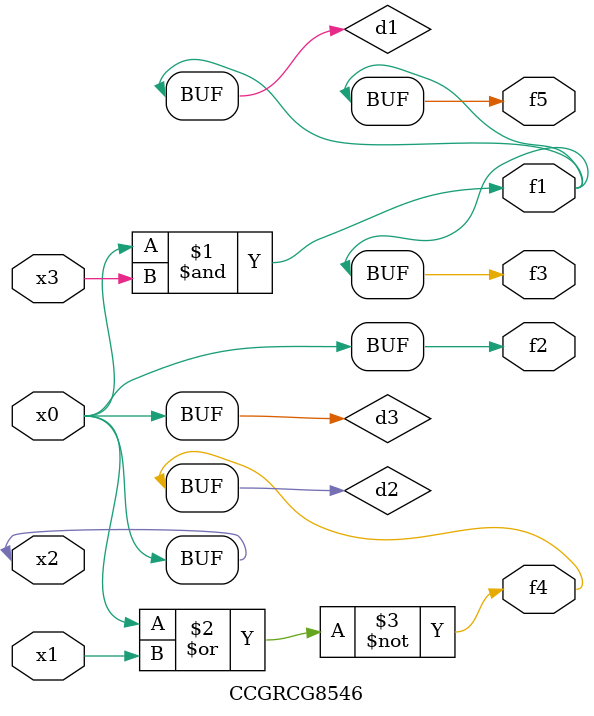
<source format=v>
module CCGRCG8546(
	input x0, x1, x2, x3,
	output f1, f2, f3, f4, f5
);

	wire d1, d2, d3;

	and (d1, x2, x3);
	nor (d2, x0, x1);
	buf (d3, x0, x2);
	assign f1 = d1;
	assign f2 = d3;
	assign f3 = d1;
	assign f4 = d2;
	assign f5 = d1;
endmodule

</source>
